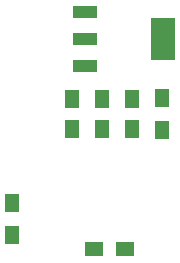
<source format=gbr>
G04 #@! TF.FileFunction,Paste,Top*
%FSLAX46Y46*%
G04 Gerber Fmt 4.6, Leading zero omitted, Abs format (unit mm)*
G04 Created by KiCad (PCBNEW 4.0.2-4+6225~38~ubuntu14.04.1-stable) date Sat 30 Apr 2016 11:35:10 AM PDT*
%MOMM*%
G01*
G04 APERTURE LIST*
%ADD10C,0.100000*%
%ADD11R,1.250000X1.500000*%
%ADD12R,1.500000X1.300000*%
%ADD13R,1.300000X1.500000*%
%ADD14R,2.032000X3.657600*%
%ADD15R,2.032000X1.016000*%
G04 APERTURE END LIST*
D10*
D11*
X140335000Y-106700000D03*
X140335000Y-109200000D03*
X135255000Y-106700000D03*
X135255000Y-109200000D03*
X137795000Y-106700000D03*
X137795000Y-109200000D03*
D12*
X137080000Y-119380000D03*
X139780000Y-119380000D03*
D13*
X142875000Y-109300000D03*
X142875000Y-106600000D03*
X130175000Y-115490000D03*
X130175000Y-118190000D03*
D14*
X143002000Y-101600000D03*
D15*
X136398000Y-101600000D03*
X136398000Y-103886000D03*
X136398000Y-99314000D03*
M02*

</source>
